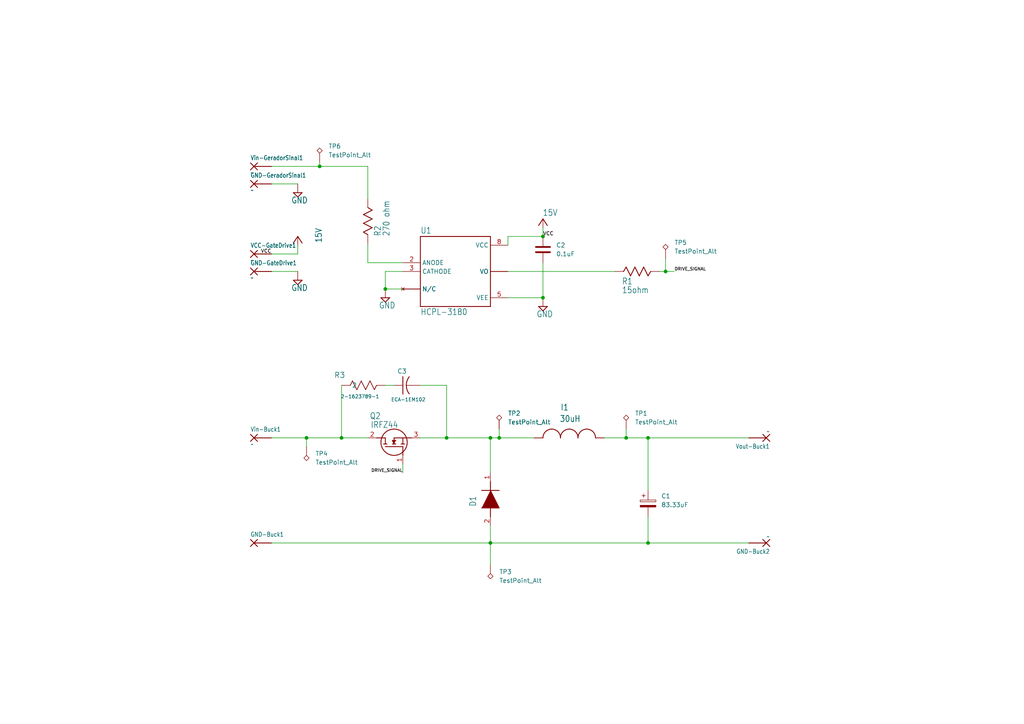
<source format=kicad_sch>
(kicad_sch (version 20231120) (generator "eeschema") (generator_version "8.0")
  (paper "A4")
  (lib_symbols
    (symbol "Buck-eagle-import:2-1623789-1"
      (symbol "2-1623789-1_1_0"
        (polyline (pts (xy -2.54 0) (xy -1.905 1.27)) (stroke (width 0.2032)))
        (polyline (pts (xy -1.905 1.27) (xy -0.635 -1.27)) (stroke (width 0.2032)))
        (polyline (pts (xy -0.635 -1.27) (xy 0.635 1.27)) (stroke (width 0.2032)))
        (polyline (pts (xy 0.635 1.27) (xy 1.905 -1.27)) (stroke (width 0.2032)))
        (polyline (pts (xy 1.905 -1.27) (xy 3.175 1.27)) (stroke (width 0.2032)))
        (polyline (pts (xy 3.175 1.27) (xy 4.445 -1.27)) (stroke (width 0.2032)))
        (polyline (pts (xy 4.445 -1.27) (xy 5.08 0)) (stroke (width 0.2032)))
        (pin passive line (at 7.62 0 180) (length 2.54) (name "1") (number "1"))
        (pin passive line (at -5.08 0 0) (length 2.54) (name "2") (number "2"))
      )
    )
    (symbol "Buck-eagle-import:ECA-1EM102"
      (property "Reference" "C" (at -2.794 3.937 0))
      (symbol "ECA-1EM102_1_0"
        (arc (start 0 -1.0161) (mid -1.302 -1.2303) (end -2.4668 -1.8504) (stroke (width 0.254)))
        (polyline (pts (xy -2.54 0) (xy 2.54 0)) (stroke (width 0.254)))
        (polyline (pts (xy 0 -1.016) (xy 0 -2.54)) (stroke (width 0.1524)))
        (arc (start 2.4892 -1.8541) (mid 1.3158 -1.2194) (end 0 -1) (stroke (width 0.254)))
        (pin passive line (at 0 2.54 270) (length 2.54) (name "1") (number "1"))
        (pin passive line (at 0 -5.08 90) (length 2.54) (name "2") (number "2"))
      )
    )
    (symbol "Buck-eagle-import:GND" (power)
      (symbol "GND_1_0"
        (polyline (pts (xy -1.27 0) (xy 1.27 0)) (stroke (width 0.254)))
        (polyline (pts (xy 0 -1.27) (xy -1.27 0)) (stroke (width 0.254)))
        (polyline (pts (xy 1.27 0) (xy 0 -1.27)) (stroke (width 0.254)))
        (pin power_in line (at 0 2.54 270) (length 2.54) (name "GND") (number "1"))
      )
    )
    (symbol "Buck-eagle-import:HCPL-3180"
      (property "Reference" "U" (at -10.16 10.922 0))
      (symbol "HCPL-3180_1_0"
        (polyline (pts (xy -10.16 -10.16) (xy -10.16 10.16)) (stroke (width 0.254)))
        (polyline (pts (xy -10.16 10.16) (xy 10.16 10.16)) (stroke (width 0.254)))
        (polyline (pts (xy 10.16 -10.16) (xy -10.16 -10.16)) (stroke (width 0.254)))
        (polyline (pts (xy 10.16 10.16) (xy 10.16 -10.16)) (stroke (width 0.254)))
        (pin no_connect line (at -15.24 -5.08 0) (length 5.08) (name "N/C") (number "1"))
        (pin passive line (at -15.24 2.54 0) (length 5.08) (name "ANODE") (number "2"))
        (pin passive line (at -15.24 0 0) (length 5.08) (name "CATHODE") (number "3"))
        (pin no_connect line (at -15.24 -5.08 0) (length 5.08) (name "N/C") (number "4"))
        (pin power_in line (at 15.24 -7.62 180) (length 5.08) (name "VEE") (number "5"))
        (pin output line (at 15.24 0 180) (length 5.08) (name "VO") (number "6"))
        (pin output line (at 15.24 0 180) (length 5.08) (name "VO") (number "7"))
        (pin power_in line (at 15.24 7.62 180) (length 5.08) (name "VCC") (number "8"))
      )
    )
    (symbol "Buck-eagle-import:IRFZ44"
      (property "Reference" "Q" (at 11.43 3.81 0))
      (symbol "IRFZ44_1_0"
        (polyline (pts (xy 2.54 0) (xy 5.08 0)) (stroke (width 0.254)))
        (polyline (pts (xy 5.08 5.08) (xy 5.08 0)) (stroke (width 0.254)))
        (polyline (pts (xy 5.842 -0.508) (xy 5.842 0.508)) (stroke (width 0.254)))
        (polyline (pts (xy 5.842 0) (xy 7.62 0)) (stroke (width 0.254)))
        (polyline (pts (xy 5.842 2.032) (xy 5.842 3.048)) (stroke (width 0.254)))
        (polyline (pts (xy 5.842 5.588) (xy 5.842 4.572)) (stroke (width 0.254)))
        (polyline (pts (xy 7.62 2.54) (xy 5.842 2.54)) (stroke (width 0.254)))
        (polyline (pts (xy 7.62 2.54) (xy 7.62 -2.54)) (stroke (width 0.254)))
        (polyline (pts (xy 7.62 5.08) (xy 5.842 5.08)) (stroke (width 0.254)))
        (polyline (pts (xy 7.62 5.08) (xy 7.62 7.62)) (stroke (width 0.254)))
        (polyline (pts (xy 5.842 2.54) (xy 6.858 3.048) (xy 6.858 2.032)) (stroke (width 0.254)) (fill (type outline)))
        (circle (center 6.35 2.54) (radius 3.81) (stroke (width 0.254)))
        (pin bidirectional line (at 0 0 0) (length 2.54) (name "G") (number "1"))
        (pin bidirectional line (at 7.62 10.16 270) (length 2.54) (name "D") (number "2"))
        (pin bidirectional line (at 7.62 -5.08 90) (length 2.54) (name "S") (number "3"))
      )
    )
    (symbol "Buck-eagle-import:RHRP30120"
      (property "Reference" "D" (at 11.43 5.08 0))
      (symbol "RHRP30120_1_0"
        (polyline (pts (xy 2.54 0) (xy 5.08 0)) (stroke (width 0.254)))
        (polyline (pts (xy 5.08 2.54) (xy 5.08 -2.54)) (stroke (width 0.254)))
        (polyline (pts (xy 10.16 0) (xy 12.7 0)) (stroke (width 0.254)))
        (polyline (pts (xy 5.08 0) (xy 10.16 2.54) (xy 10.16 -2.54)) (stroke (width 0.254)) (fill (type outline)))
        (pin bidirectional line (at 0 0 0) (length 2.54) (name "K") (number "1"))
        (pin bidirectional line (at 15.24 0 180) (length 2.54) (name "A") (number "2"))
      )
    )
    (symbol "Buck-eagle-import:SMD50"
      (symbol "SMD50_1_0"
        (polyline (pts (xy -1.016 -1.016) (xy 0 0)) (stroke (width 0.254)))
        (polyline (pts (xy -1.016 1.016) (xy 0 0)) (stroke (width 0.254)))
        (polyline (pts (xy 0 0) (xy 1.016 -1.016)) (stroke (width 0.254)))
        (polyline (pts (xy 0 0) (xy 1.016 1.016)) (stroke (width 0.254)))
        (polyline (pts (xy 0 0) (xy 5.08 0)) (stroke (width 0.254)))
        (pin bidirectional line (at 5.08 0 0) (length 0) (name "P$1") (number "P$1"))
      )
    )
    (symbol "Buck-eagle-import:THDINDUTOR-NUCLEO-FERRITE"
      (symbol "THDINDUTOR-NUCLEO-FERRITE_1_0"
        (arc (start 5.08 2.54) (mid 3.2839 1.7961) (end 2.54 0) (stroke (width 0.254)))
        (arc (start 7.62 0) (mid 6.8761 1.7961) (end 5.08 2.54) (stroke (width 0.254)))
        (arc (start 10.16 2.54) (mid 8.3639 1.7961) (end 7.62 0) (stroke (width 0.254)))
        (arc (start 12.7 0) (mid 11.9561 1.7961) (end 10.16 2.54) (stroke (width 0.254)))
        (arc (start 15.24 2.54) (mid 13.4439 1.7961) (end 12.7 0) (stroke (width 0.254)))
        (arc (start 17.78 0) (mid 17.0361 1.7961) (end 15.24 2.54) (stroke (width 0.254)))
        (pin bidirectional line (at 0 0 0) (length 2.54) (name "P$1") (number "A1"))
        (pin bidirectional line (at 20.32 0 180) (length 2.54) (name "P$2") (number "A2"))
      )
    )
    (symbol "Buck-eagle-import:THDRESISTOR-1/4W"
      (symbol "THDRESISTOR-1/4W_1_0"
        (polyline (pts (xy 3.81 1.27) (xy 3.048 0)) (stroke (width 0.254)))
        (polyline (pts (xy 3.81 1.27) (xy 5.08 -1.27)) (stroke (width 0.254)))
        (polyline (pts (xy 5.08 -1.27) (xy 6.35 1.27)) (stroke (width 0.254)))
        (polyline (pts (xy 6.35 1.27) (xy 7.62 -1.27)) (stroke (width 0.254)))
        (polyline (pts (xy 7.62 -1.27) (xy 8.89 1.27)) (stroke (width 0.254)))
        (polyline (pts (xy 8.89 1.27) (xy 10.16 -1.27)) (stroke (width 0.254)))
        (polyline (pts (xy 10.16 -1.27) (xy 10.922 0)) (stroke (width 0.254)))
        (pin bidirectional line (at 0.508 0 0) (length 2.54) (name "1") (number "P21"))
        (pin bidirectional line (at 13.462 0 180) (length 2.54) (name "2") (number "P22"))
      )
    )
    (symbol "Buck-eagle-import:VCC" (power)
      (symbol "VCC_1_0"
        (polyline (pts (xy 0 0) (xy -1.27 -1.905)) (stroke (width 0.254)))
        (polyline (pts (xy 1.27 -1.905) (xy 0 0)) (stroke (width 0.254)))
        (pin power_in line (at 0 -2.54 90) (length 2.54) (name "VCC") (number "1"))
      )
    )
    (symbol "Connector:TestPoint_Alt" (pin_numbers hide) (pin_names (offset 0.762) hide)
      (property "Reference" "TP" (at 0 6.858 0))
      (property "Value" "TestPoint_Alt" (at 0 5.08 0))
      (symbol "TestPoint_Alt_0_1"
        (polyline (pts (xy 0 2.54) (xy -0.762 3.302) (xy 0 4.064) (xy 0.762 3.302) (xy 0 2.54)))
      )
      (symbol "TestPoint_Alt_1_1"
        (pin passive line (at 0 0 90) (length 2.54) (name "1") (number "1"))
      )
    )
    (symbol "Device:C" (pin_numbers hide) (pin_names (offset 0.254))
      (property "Reference" "C" (at 0.635 2.54 0))
      (property "Value" "C" (at 0.635 -2.54 0))
      (symbol "C_0_1"
        (polyline (pts (xy -2.032 -0.762) (xy 2.032 -0.762)) (stroke (width 0.508)))
        (polyline (pts (xy -2.032 0.762) (xy 2.032 0.762)) (stroke (width 0.508)))
      )
      (symbol "C_1_1"
        (pin passive line (at 0 3.81 270) (length 2.794) (name "~") (number "1"))
        (pin passive line (at 0 -3.81 90) (length 2.794) (name "~") (number "2"))
      )
    )
    (symbol "Device:C_Polarized" (pin_numbers hide) (pin_names (offset 0.254))
      (property "Reference" "C" (at 0.635 2.54 0))
      (property "Value" "C_Polarized" (at 0.635 -2.54 0))
      (symbol "C_Polarized_0_1"
        (rectangle (start -2.286 0.508) (end 2.286 1.016))
        (polyline (pts (xy -1.778 2.286) (xy -0.762 2.286)))
        (polyline (pts (xy -1.27 2.794) (xy -1.27 1.778)))
        (rectangle (start 2.286 -0.508) (end -2.286 -1.016) (fill (type outline)))
      )
      (symbol "C_Polarized_1_1"
        (pin passive line (at 0 3.81 270) (length 2.794) (name "~") (number "1"))
        (pin passive line (at 0 -3.81 90) (length 2.794) (name "~") (number "2"))
      )
    )
  )
  (junction (at 157.48 68.58))
  (junction (at 142.24 127))
  (junction (at 187.96 127))
  (junction (at 99.06 127))
  (junction (at 142.24 157.48))
  (junction (at 144.78 127))
  (junction (at 181.61 127))
  (junction (at 187.96 157.48))
  (junction (at 193.04 78.74))
  (junction (at 88.9 127))
  (junction (at 92.71 48.26))
  (junction (at 157.48 86.36))
  (junction (at 111.76 83.82))
  (junction (at 129.54 127))
  (wire (pts (xy 187.96 127) (xy 217.17 127)))
  (wire (pts (xy 78.74 73.66) (xy 86.36 73.66)) (stroke (width 0.1524)))
  (wire (pts (xy 78.74 127) (xy 88.9 127)) (stroke (width 0.1524)))
  (wire (pts (xy 142.24 127) (xy 144.78 127)) (stroke (width 0.1524)))
  (wire (pts (xy 147.32 86.36) (xy 157.48 86.36)) (stroke (width 0.1524)))
  (wire (pts (xy 195.58 78.74) (xy 193.04 78.74)) (stroke (width 0.1524)))
  (wire (pts (xy 78.74 78.74) (xy 86.36 78.74)) (stroke (width 0.1524)))
  (wire (pts (xy 99.06 127) (xy 106.68 127)) (stroke (width 0.1524)))
  (wire (pts (xy 99.06 111.76) (xy 99.06 127)) (stroke (width 0.1524)))
  (wire (pts (xy 147.32 71.12) (xy 147.32 68.58)) (stroke (width 0.1524)))
  (wire (pts (xy 129.54 111.76) (xy 129.54 127)) (stroke (width 0.1524)))
  (wire (pts (xy 111.76 78.74) (xy 111.76 83.82)) (stroke (width 0.1524)))
  (wire (pts (xy 147.32 68.58) (xy 157.48 68.58)) (stroke (width 0.1524)))
  (wire (pts (xy 193.04 78.74) (xy 191.262 78.74)) (stroke (width 0.1524)))
  (wire (pts (xy 116.84 76.2) (xy 106.68 76.2)) (stroke (width 0.1524)))
  (wire (pts (xy 181.61 127) (xy 181.61 124.46)) (stroke (width 0.1524)))
  (wire (pts (xy 187.96 127) (xy 187.96 142.24)))
  (wire (pts (xy 86.36 53.34) (xy 78.74 53.34)) (stroke (width 0.1524)))
  (wire (pts (xy 142.24 157.48) (xy 187.96 157.48)) (stroke (width 0.1524)))
  (wire (pts (xy 144.78 127) (xy 154.94 127)) (stroke (width 0.1524)))
  (wire (pts (xy 111.76 83.82) (xy 116.84 83.82)) (stroke (width 0.1524)))
  (wire (pts (xy 181.61 127) (xy 187.96 127)) (stroke (width 0.1524)))
  (wire (pts (xy 142.24 152.4) (xy 142.24 157.48)) (stroke (width 0.1524)))
  (wire (pts (xy 175.26 127) (xy 181.61 127)) (stroke (width 0.1524)))
  (wire (pts (xy 121.92 111.76) (xy 129.54 111.76)) (stroke (width 0.1524)))
  (wire (pts (xy 142.24 157.48) (xy 142.24 163.83)))
  (wire (pts (xy 78.74 48.26) (xy 92.71 48.26)) (stroke (width 0.1524)))
  (wire (pts (xy 92.71 48.26) (xy 106.68 48.26)) (stroke (width 0.1524)))
  (wire (pts (xy 116.84 78.74) (xy 111.76 78.74)) (stroke (width 0.1524)))
  (wire (pts (xy 111.76 111.76) (xy 114.3 111.76)) (stroke (width 0.1524)))
  (wire (pts (xy 88.9 127) (xy 88.9 129.54)))
  (wire (pts (xy 142.24 137.16) (xy 142.24 127)) (stroke (width 0.1524)))
  (wire (pts (xy 86.36 73.66) (xy 86.36 71.12)) (stroke (width 0.1524)))
  (wire (pts (xy 193.04 74.93) (xy 193.04 78.74)))
  (wire (pts (xy 121.92 127) (xy 129.54 127)) (stroke (width 0.1524)))
  (wire (pts (xy 142.24 157.48) (xy 78.74 157.48)) (stroke (width 0.1524)))
  (wire (pts (xy 157.48 76.2) (xy 157.48 86.36)))
  (wire (pts (xy 106.68 76.2) (xy 106.68 70.612)) (stroke (width 0.1524)))
  (wire (pts (xy 187.96 149.86) (xy 187.96 157.48)))
  (wire (pts (xy 92.71 46.99) (xy 92.71 48.26)))
  (wire (pts (xy 147.32 78.74) (xy 178.308 78.74)) (stroke (width 0.1524)))
  (wire (pts (xy 88.9 127) (xy 99.06 127)) (stroke (width 0.1524)))
  (wire (pts (xy 187.96 157.48) (xy 217.17 157.48)))
  (wire (pts (xy 116.84 137.16) (xy 116.84 134.62)) (stroke (width 0.1524)))
  (wire (pts (xy 157.48 68.58) (xy 157.48 66.04)) (stroke (width 0.1524)))
  (wire (pts (xy 106.68 48.26) (xy 106.68 57.658)) (stroke (width 0.1524)))
  (wire (pts (xy 144.78 124.46) (xy 144.78 127)))
  (wire (pts (xy 129.54 127) (xy 142.24 127)) (stroke (width 0.1524)))
  (label "VCC" (at 157.48 68.58 0) (effects (font (size 1.016 1.016))))
  (label "DRIVE_SIGNAL" (at 195.58 78.74 0) (effects (font (size 0.889 0.889))))
  (label "DRIVE_SIGNAL" (at 116.84 137.16 180) (effects (font (size 0.889 0.889))))
  (label "VCC" (at 78.74 73.66 180) (effects (font (size 1.016 1.016))))
  (symbol (lib_id "Buck-eagle-import:IRFZ44") (at 116.84 134.62 90) (unit 1)
    (property "Reference" "Q2" (at 110.49 120.65 90) (effects (font (size 1.778 1.5113)) (justify left)))
    (property "Value" "IRFZ44" (at 115.57 123.19 90) (effects (font (size 1.778 1.5113)) (justify left)))
    (property "Footprint" "Buck:TO254P465X1024X2050-3P" (effects (hide yes)))
  )
  (symbol (lib_id "Buck-eagle-import:SMD50") (at 222.25 157.48 180) (unit 1)
    (property "Reference" "GND-Buck2" (at 223.266 159.258 0) (effects (font (size 1.27 1.0795)) (justify left bottom)))
    (property "Value" "~" (at 223.266 154.94 0) (effects (font (size 1.27 1.0795)) (justify left bottom)))
    (property "Footprint" "Buck:SMD50" (effects (hide yes)))
  )
  (symbol (lib_id "Connector:TestPoint_Alt") (at 142.24 163.83 180) (unit 1)
    (property "Reference" "TP3" (at 144.78 165.8619 0) (effects (justify right)))
    (property "Value" "TestPoint_Alt" (at 144.78 168.4019 0) (effects (justify right)))
    (property "Footprint" "TestPoint:TestPoint_Bridge_Pitch2.54mm_Drill1.0mm" (effects (hide yes)))
    (property "Description" "test point (alternative shape)" (effects (hide yes)))
  )
  (symbol (lib_id "Buck-eagle-import:GND") (at 86.36 55.88 0) (unit 1)
    (property "Reference" "#SUPPLY04" (effects (hide yes)))
    (property "Value" "GND" (at 84.455 59.055 0) (effects (font (size 1.778 1.5113)) (justify left bottom)))
  )
  (symbol (lib_id "Buck-eagle-import:SMD50") (at 73.66 157.48 0) (unit 1)
    (property "Reference" "GND-Buck1" (at 72.644 155.702 0) (effects (font (size 1.27 1.0795)) (justify left bottom)))
    (property "Value" "SMD50" (effects (hide yes)))
    (property "Footprint" "Buck:SMD50" (effects (hide yes)))
  )
  (symbol (lib_id "Buck-eagle-import:SMD50") (at 73.66 53.34 0) (unit 1)
    (property "Reference" "GND-GeradorSinal1" (at 72.644 51.562 0) (effects (font (size 1.27 1.0795)) (justify left bottom)))
    (property "Value" "~" (at 72.644 55.88 0) (effects (font (size 1.27 1.0795)) (justify left bottom)))
    (property "Footprint" "Buck:SMD50" (effects (hide yes)))
  )
  (symbol (lib_id "Connector:TestPoint_Alt") (at 193.04 74.93 0) (unit 1)
    (property "Reference" "TP5" (at 195.58 70.3579 0) (effects (justify left)))
    (property "Value" "TestPoint_Alt" (at 195.58 72.8979 0) (effects (justify left)))
    (property "Footprint" "TestPoint:TestPoint_Bridge_Pitch2.54mm_Drill1.0mm" (effects (hide yes)))
    (property "Description" "test point (alternative shape)" (effects (hide yes)))
  )
  (symbol (lib_id "Device:C_Polarized") (at 187.96 146.05 0) (unit 1)
    (property "Reference" "C1" (at 191.77 143.8909 0) (effects (justify left)))
    (property "Value" "83.33uF" (at 191.77 146.4309 0) (effects (justify left)))
    (property "Footprint" "Capacitor_THT:CP_Radial_D8.0mm_P3.50mm" (effects (hide yes)))
    (property "Description" "Polarized capacitor" (effects (hide yes)))
  )
  (symbol (lib_id "Buck-eagle-import:GND") (at 111.76 86.36 0) (unit 1)
    (property "Reference" "#SUPPLY03" (effects (hide yes)))
    (property "Value" "GND" (at 109.855 89.535 0) (effects (font (size 1.778 1.5113)) (justify left bottom)))
  )
  (symbol (lib_id "Buck-eagle-import:HCPL-3180") (at 132.08 78.74 0) (unit 1)
    (property "Reference" "U1" (at 121.92 67.818 0) (effects (font (size 1.778 1.5113)) (justify left bottom)))
    (property "Value" "HCPL-3180" (at 121.92 91.44 0) (effects (font (size 1.778 1.5113)) (justify left bottom)))
    (property "Footprint" "Buck:DIP762W65P254L9650H470Q8" (effects (hide yes)))
    (property "SPICEPREFIX" "X" (effects (hide yes)))
  )
  (symbol (lib_id "Buck-eagle-import:SMD50") (at 73.66 73.66 0) (unit 1)
    (property "Reference" "VCC-GateDrive1" (at 72.644 71.882 0) (effects (font (size 1.27 1.0795)) (justify left bottom)))
    (property "Value" "~" (at 72.644 76.2 0) (effects (font (size 1.27 1.0795)) (justify left bottom)))
    (property "Footprint" "Buck:SMD50" (effects (hide yes)))
  )
  (symbol (lib_id "Buck-eagle-import:THDINDUTOR-NUCLEO-FERRITE") (at 154.94 127 0) (unit 1)
    (property "Reference" "I1" (at 162.56 119.126 0) (effects (font (size 1.778 1.5113)) (justify left bottom)))
    (property "Value" "30uH" (at 162.306 122.428 0) (effects (font (size 1.778 1.5113)) (justify left bottom)))
    (property "Footprint" "Buck:INDUTOR-NUCLEO-FERRITE" (effects (hide yes)))
  )
  (symbol (lib_id "Buck-eagle-import:ECA-1EM102") (at 116.84 111.76 90) (unit 1)
    (property "Reference" "C3" (at 117.983 106.934 90) (effects (font (size 1.3 1.3)) (justify left bottom)))
    (property "Value" "ECA-1EM102" (at 123.444 115.316 90) (effects (font (size 1 1)) (justify left bottom)))
    (property "Footprint" "Buck:CAP_RADIAL_5MM" (effects (hide yes)))
  )
  (symbol (lib_id "Buck-eagle-import:SMD50") (at 73.66 48.26 0) (unit 1)
    (property "Reference" "Vin-GeradorSinal1" (at 72.644 46.482 0) (effects (font (size 1.27 1.0795)) (justify left bottom)))
    (property "Value" "~" (at 72.644 50.8 0) (effects (font (size 1.27 1.0795)) (justify left bottom)))
    (property "Footprint" "Buck:SMD50" (effects (hide yes)))
  )
  (symbol (lib_id "Buck-eagle-import:SMD50") (at 73.66 78.74 0) (unit 1)
    (property "Reference" "GND-GateDrive1" (at 72.644 76.962 0) (effects (font (size 1.27 1.0795)) (justify left bottom)))
    (property "Value" "~" (at 72.644 81.28 0) (effects (font (size 1.27 1.0795)) (justify left bottom)))
    (property "Footprint" "Buck:SMD50" (effects (hide yes)))
  )
  (symbol (lib_id "Buck-eagle-import:VCC") (at 157.48 63.5 0) (unit 1)
    (property "Reference" "#P+01" (effects (hide yes)))
    (property "Value" "15V" (at 161.798 60.706 0) (effects (font (size 1.778 1.5113)) (justify right top)))
  )
  (symbol (lib_id "Device:C") (at 157.48 72.39 0) (unit 1)
    (property "Reference" "C2" (at 161.29 71.1199 0) (effects (justify left)))
    (property "Value" "0.1uF" (at 161.29 73.6599 0) (effects (justify left)))
    (property "Footprint" "Capacitor_THT:C_Disc_D5.0mm_W2.5mm_P2.50mm" (effects (hide yes)))
    (property "Description" "Unpolarized capacitor" (effects (hide yes)))
  )
  (symbol (lib_id "Buck-eagle-import:VCC") (at 86.36 68.58 0) (unit 1)
    (property "Reference" "#P+02" (effects (hide yes)))
    (property "Value" "15V" (at 91.44 66.04 90) (effects (font (size 1.778 1.5113)) (justify right top)))
  )
  (symbol (lib_id "Buck-eagle-import:GND") (at 157.48 88.9 0) (unit 1)
    (property "Reference" "#SUPPLY02" (effects (hide yes)))
    (property "Value" "GND" (at 155.575 92.075 0) (effects (font (size 1.778 1.5113)) (justify left bottom)))
  )
  (symbol (lib_id "Connector:TestPoint_Alt") (at 181.61 124.46 0) (unit 1)
    (property "Reference" "TP1" (at 184.15 119.8879 0) (effects (justify left)))
    (property "Value" "TestPoint_Alt" (at 184.15 122.4279 0) (effects (justify left)))
    (property "Footprint" "TestPoint:TestPoint_Bridge_Pitch2.54mm_Drill1.0mm" (effects (hide yes)))
    (property "Description" "test point (alternative shape)" (effects (hide yes)))
  )
  (symbol (lib_id "Buck-eagle-import:THDRESISTOR-1/4W") (at 177.8 78.74 0) (unit 1)
    (property "Reference" "R1" (at 180.34 82.55 0) (effects (font (size 1.778 1.5113)) (justify left bottom)))
    (property "Value" "15ohm" (at 180.34 85.09 0) (effects (font (size 1.778 1.5113)) (justify left bottom)))
    (property "Footprint" "Buck:THDRESISTOR-1_4W" (effects (hide yes)))
  )
  (symbol (lib_id "Buck-eagle-import:SMD50") (at 222.25 127 180) (unit 1)
    (property "Reference" "Vout-Buck1" (at 223.266 128.778 0) (effects (font (size 1.27 1.0795)) (justify left bottom)))
    (property "Value" "~" (at 223.266 124.46 0) (effects (font (size 1.27 1.0795)) (justify left bottom)))
    (property "Footprint" "Buck:SMD50" (effects (hide yes)))
  )
  (symbol (lib_id "Buck-eagle-import:THDRESISTOR-1/4W") (at 106.68 71.12 90) (unit 1)
    (property "Reference" "R2" (at 110.49 68.58 0) (effects (font (size 1.778 1.5113)) (justify left bottom)))
    (property "Value" "270 ohm" (at 113.03 68.58 0) (effects (font (size 1.778 1.5113)) (justify left bottom)))
    (property "Footprint" "Buck:THDRESISTOR-1_4W" (effects (hide yes)))
  )
  (symbol (lib_id "Connector:TestPoint_Alt") (at 92.71 46.99 0) (unit 1)
    (property "Reference" "TP6" (at 95.25 42.4179 0) (effects (justify left)))
    (property "Value" "TestPoint_Alt" (at 95.25 44.9579 0) (effects (justify left)))
    (property "Footprint" "TestPoint:TestPoint_Bridge_Pitch2.54mm_Drill1.0mm" (effects (hide yes)))
    (property "Description" "test point (alternative shape)" (effects (hide yes)))
  )
  (symbol (lib_id "Buck-eagle-import:RHRP30120") (at 142.24 137.16 270) (unit 1)
    (property "Reference" "D1" (at 137.16 143.764 0) (effects (font (size 1.778 1.5113)) (justify left)))
    (property "Value" "RHRP30120" (effects (hide yes)))
    (property "Footprint" "Buck:TO508P480X1016X2261-2P" (effects (hide yes)))
  )
  (symbol (lib_id "Buck-eagle-import:2-1623789-1") (at 104.14 111.76 0) (unit 1)
    (property "Reference" "R3" (at 96.8756 109.6772 0) (effects (font (size 1.5514 1.5514)) (justify left bottom)))
    (property "Value" "2-1623789-1" (at 98.806 115.57 0) (effects (font (size 1 1)) (justify left bottom)))
    (property "Footprint" "Buck:RES2_2-1623789-1" (effects (hide yes)))
  )
  (symbol (lib_id "Connector:TestPoint_Alt") (at 144.78 124.46 0) (unit 1)
    (property "Reference" "TP2" (at 147.32 119.8879 0) (effects (justify left)))
    (property "Value" "TestPoint_Alt" (at 147.32 122.4279 0) (effects (justify left)))
    (property "Footprint" "TestPoint:TestPoint_Bridge_Pitch2.54mm_Drill1.0mm" (effects (hide yes)))
    (property "Description" "test point (alternative shape)" (effects (hide yes)))
  )
  (symbol (lib_id "Connector:TestPoint_Alt") (at 88.9 129.54 180) (unit 1)
    (property "Reference" "TP4" (at 91.44 131.5719 0) (effects (justify right)))
    (property "Value" "TestPoint_Alt" (at 91.44 134.1119 0) (effects (justify right)))
    (property "Footprint" "TestPoint:TestPoint_Bridge_Pitch2.54mm_Drill1.0mm" (effects (hide yes)))
    (property "Description" "test point (alternative shape)" (effects (hide yes)))
  )
  (symbol (lib_id "Buck-eagle-import:SMD50") (at 73.66 127 0) (unit 1)
    (property "Reference" "Vin-Buck1" (at 72.644 125.222 0) (effects (font (size 1.27 1.0795)) (justify left bottom)))
    (property "Value" "~" (at 72.644 129.54 0) (effects (font (size 1.27 1.0795)) (justify left bottom)))
    (property "Footprint" "Buck:SMD50" (effects (hide yes)))
  )
  (symbol (lib_id "Buck-eagle-import:GND") (at 86.36 81.28 0) (unit 1)
    (property "Reference" "#SUPPLY01" (effects (hide yes)))
    (property "Value" "GND" (at 84.455 84.455 0) (effects (font (size 1.778 1.5113)) (justify left bottom)))
  )
)
</source>
